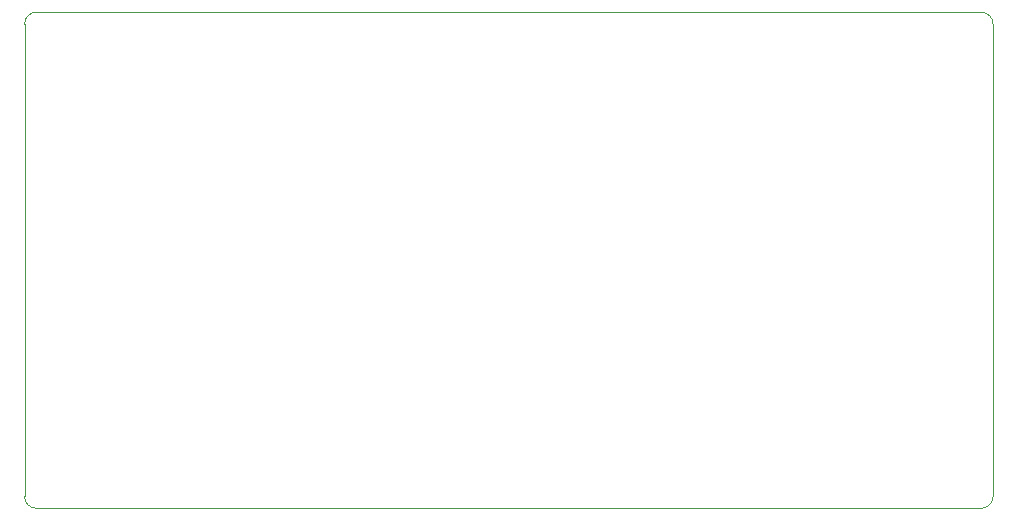
<source format=gbr>
%TF.GenerationSoftware,KiCad,Pcbnew,5.1.8-db9833491~87~ubuntu20.04.1*%
%TF.CreationDate,2020-12-02T18:26:53+05:30*%
%TF.ProjectId,open_authenticator,6f70656e-5f61-4757-9468-656e74696361,v01*%
%TF.SameCoordinates,Original*%
%TF.FileFunction,Profile,NP*%
%FSLAX46Y46*%
G04 Gerber Fmt 4.6, Leading zero omitted, Abs format (unit mm)*
G04 Created by KiCad (PCBNEW 5.1.8-db9833491~87~ubuntu20.04.1) date 2020-12-02 18:26:53*
%MOMM*%
%LPD*%
G01*
G04 APERTURE LIST*
%TA.AperFunction,Profile*%
%ADD10C,0.050000*%
%TD*%
G04 APERTURE END LIST*
D10*
X172000000Y-121000000D02*
G75*
G02*
X171000000Y-122000000I-1000000J0D01*
G01*
X91000000Y-122000000D02*
G75*
G02*
X90000000Y-121000000I0J1000000D01*
G01*
X90000000Y-81000000D02*
X90000000Y-121000000D01*
X172000000Y-81000000D02*
X172000000Y-121000000D01*
X90000000Y-81000000D02*
G75*
G02*
X91000000Y-80000000I1000000J0D01*
G01*
X91000000Y-80000000D02*
X171000000Y-80000000D01*
X171000000Y-80000000D02*
G75*
G02*
X172000000Y-81000000I0J-1000000D01*
G01*
X171000000Y-122000000D02*
X91000000Y-122000000D01*
M02*

</source>
